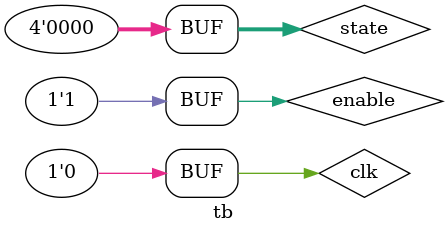
<source format=v>
/*******************************************************************************
 *
 * simulation source: [tb.v]
 *
 ******************************************************************************/

//`define SIM_CYCLE 'h400000000

//
// small value for testing
//
`define CYCLE 5000
//`timescale 1ms/1us
module tb;
reg			clk;
reg		[3:0]	state;
reg   enable;
wire   [7:0] lout0;	
wire   [7:0] lout1;	
wire   [7:0] lout2;	
wire   [7:0] lout3;	
	
initial begin
  state=4'b0000;
  enable = 0;
  #30
    enable= 1;  
end
always begin
  //@(posedge clk);
    # 20 clk = 1; 
    # 20 clk = ~clk;
end
lab4 m(
	.clk(clk),
	.enable(enable),	
	.lout0(lout0),
	.lout1(lout1),
	.lout2(lout2),
	.lout3(lout3)
);
endmodule
</source>
